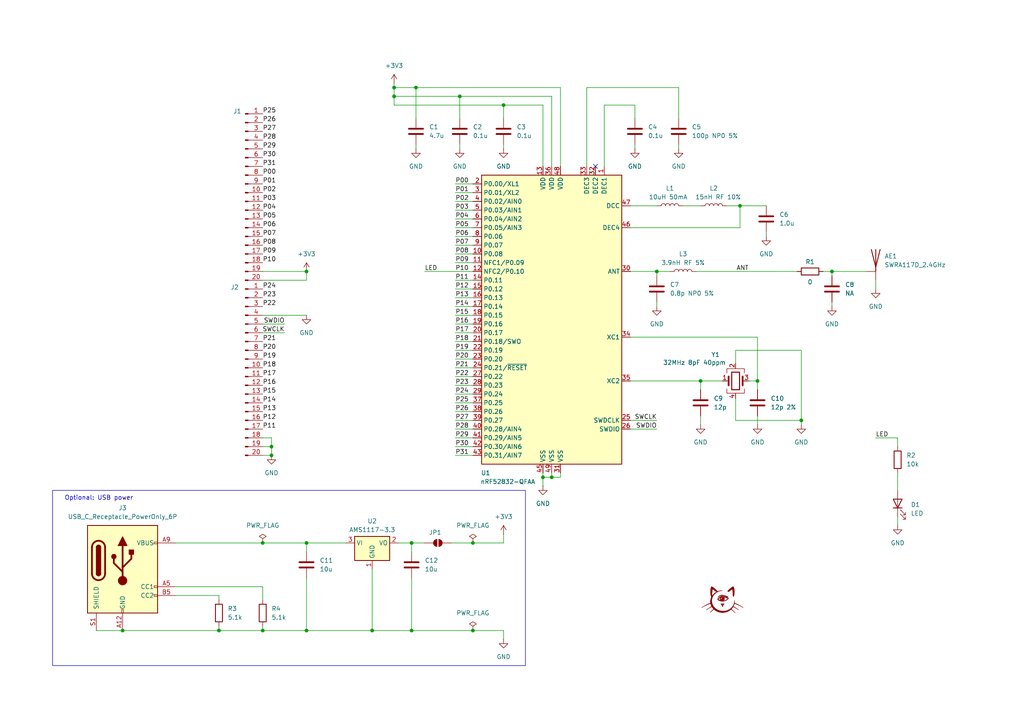
<source format=kicad_sch>
(kicad_sch (version 20231120) (generator "eeschema") (generator_version "8.0")
  (paper "A4")
  (title_block (title "nRF52832 development board") (date "2024-10-04") (rev "0.1") (company "Yuri Volkov"))
  (lib_symbols
    (symbol "Connector:Conn_01x20_Pin" (pin_names (offset 1.016) hide)
      (property "Reference" "J" (at 0 25.4 0))
      (property "Value" "Conn_01x20_Pin" (at 0 -27.94 0))
      (symbol "Conn_01x20_Pin_1_1"
        (pin passive line (at 5.08 22.86 180) (length 3.81) (name "Pin_1") (number "1"))
        (pin passive line (at 5.08 0 180) (length 3.81) (name "Pin_10") (number "10"))
        (pin passive line (at 5.08 -2.54 180) (length 3.81) (name "Pin_11") (number "11"))
        (pin passive line (at 5.08 -5.08 180) (length 3.81) (name "Pin_12") (number "12"))
        (pin passive line (at 5.08 -7.62 180) (length 3.81) (name "Pin_13") (number "13"))
        (pin passive line (at 5.08 -10.16 180) (length 3.81) (name "Pin_14") (number "14"))
        (pin passive line (at 5.08 -12.7 180) (length 3.81) (name "Pin_15") (number "15"))
        (pin passive line (at 5.08 -15.24 180) (length 3.81) (name "Pin_16") (number "16"))
        (pin passive line (at 5.08 -17.78 180) (length 3.81) (name "Pin_17") (number "17"))
        (pin passive line (at 5.08 -20.32 180) (length 3.81) (name "Pin_18") (number "18"))
        (pin passive line (at 5.08 -22.86 180) (length 3.81) (name "Pin_19") (number "19"))
        (pin passive line (at 5.08 20.32 180) (length 3.81) (name "Pin_2") (number "2"))
        (pin passive line (at 5.08 -25.4 180) (length 3.81) (name "Pin_20") (number "20"))
        (pin passive line (at 5.08 17.78 180) (length 3.81) (name "Pin_3") (number "3"))
        (pin passive line (at 5.08 15.24 180) (length 3.81) (name "Pin_4") (number "4"))
        (pin passive line (at 5.08 12.7 180) (length 3.81) (name "Pin_5") (number "5"))
        (pin passive line (at 5.08 10.16 180) (length 3.81) (name "Pin_6") (number "6"))
        (pin passive line (at 5.08 7.62 180) (length 3.81) (name "Pin_7") (number "7"))
        (pin passive line (at 5.08 5.08 180) (length 3.81) (name "Pin_8") (number "8"))
        (pin passive line (at 5.08 2.54 180) (length 3.81) (name "Pin_9") (number "9"))
      )
    )
    (symbol "Connector:USB_C_Receptacle_PowerOnly_6P" (pin_names (offset 1.016))
      (property "Reference" "J" (at 0 16.51 0))
      (property "Value" "USB_C_Receptacle_PowerOnly_6P" (at 0 13.97 0))
      (symbol "USB_C_Receptacle_PowerOnly_6P_1_1"
        (pin passive line (at 0 -17.78 90) (length 5.08) (name "GND") (number "A12"))
        (pin bidirectional line (at 15.24 -5.08 180) (length 5.08) (name "CC1") (number "A5"))
        (pin passive line (at 15.24 7.62 180) (length 5.08) (name "VBUS") (number "A9"))
        (pin passive line (at 0 -17.78 90) (length 5.08) hide (name "GND") (number "B12"))
        (pin bidirectional line (at 15.24 -7.62 180) (length 5.08) (name "CC2") (number "B5"))
        (pin passive line (at 15.24 7.62 180) (length 5.08) hide (name "VBUS") (number "B9"))
        (pin passive line (at -7.62 -17.78 90) (length 5.08) (name "SHIELD") (number "S1"))
      )
    )
    (symbol "Device:C" (pin_numbers hide) (pin_names (offset 0.254))
      (property "Reference" "C" (at 0.635 2.54 0))
      (property "Value" "C" (at 0.635 -2.54 0))
      (symbol "C_1_1"
        (pin passive line (at 0 3.81 270) (length 2.794) (name "~") (number "1"))
        (pin passive line (at 0 -3.81 90) (length 2.794) (name "~") (number "2"))
      )
    )
    (symbol "Device:Crystal_GND24" (pin_names (offset 1.016) hide)
      (property "Reference" "Y" (at 3.175 5.08 0))
      (property "Value" "Crystal_GND24" (at 3.175 3.175 0))
      (symbol "Crystal_GND24_1_1"
        (pin passive line (at -3.81 0 0) (length 1.27) (name "1") (number "1"))
        (pin passive line (at 0 5.08 270) (length 1.27) (name "2") (number "2"))
        (pin passive line (at 3.81 0 180) (length 1.27) (name "3") (number "3"))
        (pin passive line (at 0 -5.08 90) (length 1.27) (name "4") (number "4"))
      )
    )
    (symbol "Device:L" (pin_numbers hide) (pin_names (offset 1.016) hide)
      (property "Reference" "L" (at -1.27 0 90))
      (property "Value" "L" (at 1.905 0 90))
      (symbol "L_1_1"
        (pin passive line (at 0 3.81 270) (length 1.27) (name "1") (number "1"))
        (pin passive line (at 0 -3.81 90) (length 1.27) (name "2") (number "2"))
      )
    )
    (symbol "Device:LED" (pin_numbers hide) (pin_names (offset 1.016) hide)
      (property "Reference" "D" (at 0 2.54 0))
      (property "Value" "LED" (at 0 -2.54 0))
      (symbol "LED_1_1"
        (pin passive line (at -3.81 0 0) (length 2.54) (name "K") (number "1"))
        (pin passive line (at 3.81 0 180) (length 2.54) (name "A") (number "2"))
      )
    )
    (symbol "Device:R" (pin_numbers hide) (pin_names (offset 0))
      (property "Reference" "R" (at 2.032 0 90))
      (property "Value" "R" (at 0 0 90))
      (symbol "R_1_1"
        (pin passive line (at 0 3.81 270) (length 1.27) (name "~") (number "1"))
        (pin passive line (at 0 -3.81 90) (length 1.27) (name "~") (number "2"))
      )
    )
    (symbol "Jumper:SolderJumper_2_Open" (pin_numbers hide) (pin_names (offset 0) hide) (exclude_from_sim yes) (in_bom no)
      (property "Reference" "JP" (at 0 2.032 0))
      (property "Value" "SolderJumper_2_Open" (at 0 -2.54 0))
      (symbol "SolderJumper_2_Open_1_1"
        (pin passive line (at -3.81 0 0) (length 2.54) (name "A") (number "1"))
        (pin passive line (at 3.81 0 180) (length 2.54) (name "B") (number "2"))
      )
    )
    (symbol "Regulator_Linear:AMS1117-3.3"
      (property "Reference" "U" (at -3.81 3.175 0))
      (property "Value" "AMS1117-3.3" (at 0 3.175 0))
      (symbol "AMS1117-3.3_1_1"
        (pin power_in line (at 0 -7.62 90) (length 2.54) (name "GND") (number "1"))
        (pin power_out line (at 7.62 0 180) (length 2.54) (name "VO") (number "2"))
        (pin power_in line (at -7.62 0 0) (length 2.54) (name "VI") (number "3"))
      )
    )
    (symbol "power:+3V3" (power) (pin_numbers hide) (pin_names (offset 0) hide)
      (property "Value" "+3V3" (at 0 3.556 0))
      (symbol "+3V3_1_1"
        (pin power_in line (at 0 0 90) (length 0) (name "~") (number "1"))
      )
    )
    (symbol "power:GND" (power) (pin_numbers hide) (pin_names (offset 0) hide)
      (property "Value" "GND" (at 0 -3.81 0))
      (symbol "GND_1_1"
        (pin power_in line (at 0 0 270) (length 0) (name "~") (number "1"))
      )
    )
    (symbol "power:PWR_FLAG" (power) (pin_numbers hide) (pin_names (offset 0) hide)
      (property "Value" "PWR_FLAG" (at 0 3.81 0))
      (symbol "PWR_FLAG_0_0"
        (pin power_out line (at 0 0 90) (length 0) (name "~") (number "1"))
      )
    )
    (symbol "project:Antenna" (pin_numbers hide) (pin_names (offset 1.016) hide)
      (property "Reference" "AE" (at -1.905 1.905 0))
      (property "Value" "Antenna" (at -1.905 0 0))
      (symbol "Antenna_1_1"
        (pin input line (at -2.54 -3.81 0) (length 2.54) (name "A") (number "1"))
        (pin power_in line (at 0 -6.35 90) (length 2.54) (name "A") (number "2"))
      )
    )
    (symbol "project:nRF52832-QFAA"
      (property "Reference" "U" (at 0 2.54 0))
      (property "Value" "nRF52832-QFAA" (at 0 0 0))
      (symbol "nRF52832-QFAA_1_1"
        (pin passive line (at -15.24 44.45 270) (length 2.54) (name "DEC1") (number "1"))
        (pin bidirectional line (at 22.86 19.05 180) (length 2.54) (name "P0.08") (number "10"))
        (pin bidirectional line (at 22.86 16.51 180) (length 2.54) (name "NFC1/P0.09") (number "11"))
        (pin bidirectional line (at 22.86 13.97 180) (length 2.54) (name "NFC2/P0.10") (number "12"))
        (pin power_in line (at 2.54 44.45 270) (length 2.54) (name "VDD") (number "13"))
        (pin bidirectional line (at 22.86 11.43 180) (length 2.54) (name "P0.11") (number "14"))
        (pin bidirectional line (at 22.86 8.89 180) (length 2.54) (name "P0.12") (number "15"))
        (pin bidirectional line (at 22.86 6.35 180) (length 2.54) (name "P0.13") (number "16"))
        (pin bidirectional line (at 22.86 3.81 180) (length 2.54) (name "P0.14") (number "17"))
        (pin bidirectional line (at 22.86 1.27 180) (length 2.54) (name "P0.15") (number "18"))
        (pin bidirectional line (at 22.86 -1.27 180) (length 2.54) (name "P0.16") (number "19"))
        (pin bidirectional line (at 22.86 39.37 180) (length 2.54) (name "P0.00/XL1") (number "2"))
        (pin bidirectional line (at 22.86 -3.81 180) (length 2.54) (name "P0.17") (number "20"))
        (pin bidirectional line (at 22.86 -6.35 180) (length 2.54) (name "P0.18/SWO") (number "21"))
        (pin bidirectional line (at 22.86 -8.89 180) (length 2.54) (name "P0.19") (number "22"))
        (pin bidirectional line (at 22.86 -11.43 180) (length 2.54) (name "P0.20") (number "23"))
        (pin bidirectional line (at 22.86 -13.97 180) (length 2.54) (name "P0.21/~{RESET}") (number "24"))
        (pin input line (at -22.86 -29.21 0) (length 2.54) (name "SWDCLK") (number "25"))
        (pin bidirectional line (at -22.86 -31.75 0) (length 2.54) (name "SWDIO") (number "26"))
        (pin bidirectional line (at 22.86 -16.51 180) (length 2.54) (name "P0.22") (number "27"))
        (pin bidirectional line (at 22.86 -19.05 180) (length 2.54) (name "P0.23") (number "28"))
        (pin bidirectional line (at 22.86 -21.59 180) (length 2.54) (name "P0.24") (number "29"))
        (pin bidirectional line (at 22.86 36.83 180) (length 2.54) (name "P0.01/XL2") (number "3"))
        (pin passive line (at -22.86 13.97 0) (length 2.54) (name "ANT") (number "30"))
        (pin power_in line (at -2.54 -44.45 90) (length 2.54) (name "VSS") (number "31"))
        (pin passive line (at -12.7 44.45 270) (length 2.54) (name "DEC2") (number "32"))
        (pin passive line (at -10.16 44.45 270) (length 2.54) (name "DEC3") (number "33"))
        (pin input line (at -22.86 -5.08 0) (length 2.54) (name "XC1") (number "34"))
        (pin input line (at -22.86 -17.78 0) (length 2.54) (name "XC2") (number "35"))
        (pin power_in line (at 0 44.45 270) (length 2.54) (name "VDD") (number "36"))
        (pin bidirectional line (at 22.86 -24.13 180) (length 2.54) (name "P0.25") (number "37"))
        (pin bidirectional line (at 22.86 -26.67 180) (length 2.54) (name "P0.26") (number "38"))
        (pin bidirectional line (at 22.86 -29.21 180) (length 2.54) (name "P0.27") (number "39"))
        (pin bidirectional line (at 22.86 34.29 180) (length 2.54) (name "P0.02/AIN0") (number "4"))
        (pin bidirectional line (at 22.86 -31.75 180) (length 2.54) (name "P0.28/AIN4") (number "40"))
        (pin bidirectional line (at 22.86 -34.29 180) (length 2.54) (name "P0.29/AIN5") (number "41"))
        (pin bidirectional line (at 22.86 -36.83 180) (length 2.54) (name "P0.30/AIN6") (number "42"))
        (pin bidirectional line (at 22.86 -39.37 180) (length 2.54) (name "P0.31/AIN7") (number "43"))
        (pin no_connect line (at -22.86 -36.83 0) (length 2.54) hide (name "NC") (number "44"))
        (pin power_in line (at 2.54 -44.45 90) (length 2.54) (name "VSS") (number "45"))
        (pin passive line (at -22.86 26.67 0) (length 2.54) (name "DEC4") (number "46"))
        (pin power_out line (at -22.86 33.02 0) (length 2.54) (name "DCC") (number "47"))
        (pin power_in line (at -2.54 44.45 270) (length 2.54) (name "VDD") (number "48"))
        (pin power_in line (at 0 -44.45 90) (length 2.54) (name "VSS") (number "49"))
        (pin bidirectional line (at 22.86 31.75 180) (length 2.54) (name "P0.03/AIN1") (number "5"))
        (pin bidirectional line (at 22.86 29.21 180) (length 2.54) (name "P0.04/AIN2") (number "6"))
        (pin bidirectional line (at 22.86 26.67 180) (length 2.54) (name "P0.05/AIN3") (number "7"))
        (pin bidirectional line (at 22.86 24.13 180) (length 2.54) (name "P0.06") (number "8"))
        (pin bidirectional line (at 22.86 21.59 180) (length 2.54) (name "P0.07") (number "9"))
      )
    )
    (symbol "project:stamp" (pin_names (offset 1.016)))
  )
  (junction (at 114.3 27.94))
  (junction (at 203.2 110.49))
  (junction (at 190.5 78.74))
  (junction (at 214.63 59.69))
  (junction (at 157.48 138.43))
  (junction (at 119.38 157.48))
  (junction (at 35.56 182.88))
  (junction (at 114.3 25.4))
  (junction (at 232.41 121.92))
  (junction (at 137.16 157.48))
  (junction (at 63.5 182.88))
  (junction (at 76.2 157.48))
  (junction (at 88.9 182.88))
  (junction (at 160.02 138.43))
  (junction (at 76.2 182.88))
  (junction (at 241.3 78.74))
  (junction (at 120.65 25.4))
  (junction (at 133.35 27.94))
  (junction (at 88.9 78.74))
  (junction (at 107.95 182.88))
  (junction (at 219.71 110.49))
  (junction (at 78.74 129.54))
  (junction (at 146.05 30.48))
  (junction (at 119.38 182.88))
  (junction (at 137.16 182.88))
  (junction (at 78.74 132.08))
  (junction (at 88.9 157.48))
  (no_connect (at 172.72 48.26))
  (wire (pts (xy 132.08 63.5) (xy 137.16 63.5)))
  (wire (pts (xy 78.74 127) (xy 78.74 129.54)))
  (wire (pts (xy 160.02 137.16) (xy 160.02 138.43)))
  (wire (pts (xy 133.35 41.91) (xy 133.35 43.18)))
  (wire (pts (xy 157.48 48.26) (xy 157.48 30.48)))
  (wire (pts (xy 88.9 167.64) (xy 88.9 182.88)))
  (wire (pts (xy 132.08 55.88) (xy 137.16 55.88)))
  (wire (pts (xy 119.38 157.48) (xy 123.19 157.48)))
  (wire (pts (xy 214.63 59.69) (xy 214.63 66.04)))
  (wire (pts (xy 160.02 138.43) (xy 157.48 138.43)))
  (wire (pts (xy 132.08 86.36) (xy 137.16 86.36)))
  (wire (pts (xy 210.82 59.69) (xy 214.63 59.69)))
  (wire (pts (xy 232.41 121.92) (xy 232.41 123.19)))
  (wire (pts (xy 170.18 25.4) (xy 196.85 25.4)))
  (wire (pts (xy 132.08 129.54) (xy 137.16 129.54)))
  (wire (pts (xy 175.26 48.26) (xy 175.26 30.48)))
  (wire (pts (xy 219.71 97.79) (xy 219.71 110.49)))
  (wire (pts (xy 146.05 185.42) (xy 146.05 182.88)))
  (wire (pts (xy 260.35 129.54) (xy 260.35 127)))
  (wire (pts (xy 27.94 182.88) (xy 35.56 182.88)))
  (wire (pts (xy 132.08 60.96) (xy 137.16 60.96)))
  (wire (pts (xy 214.63 59.69) (xy 222.25 59.69)))
  (wire (pts (xy 132.08 83.82) (xy 137.16 83.82)))
  (wire (pts (xy 88.9 182.88) (xy 107.95 182.88)))
  (wire (pts (xy 217.17 110.49) (xy 219.71 110.49)))
  (wire (pts (xy 219.71 120.65) (xy 219.71 123.19)))
  (wire (pts (xy 76.2 170.18) (xy 50.8 170.18)))
  (wire (pts (xy 184.15 41.91) (xy 184.15 43.18)))
  (wire (pts (xy 182.88 110.49) (xy 203.2 110.49)))
  (wire (pts (xy 132.08 91.44) (xy 137.16 91.44)))
  (wire (pts (xy 88.9 157.48) (xy 100.33 157.48)))
  (wire (pts (xy 88.9 78.74) (xy 88.9 81.28)))
  (wire (pts (xy 76.2 129.54) (xy 78.74 129.54)))
  (wire (pts (xy 260.35 137.16) (xy 260.35 142.24)))
  (wire (pts (xy 213.36 101.6) (xy 232.41 101.6)))
  (wire (pts (xy 114.3 24.13) (xy 114.3 25.4)))
  (wire (pts (xy 132.08 106.68) (xy 137.16 106.68)))
  (wire (pts (xy 76.2 181.61) (xy 76.2 182.88)))
  (wire (pts (xy 132.08 127) (xy 137.16 127)))
  (wire (pts (xy 213.36 121.92) (xy 232.41 121.92)))
  (wire (pts (xy 78.74 129.54) (xy 78.74 132.08)))
  (wire (pts (xy 170.18 48.26) (xy 170.18 25.4)))
  (wire (pts (xy 203.2 110.49) (xy 209.55 110.49)))
  (wire (pts (xy 132.08 119.38) (xy 137.16 119.38)))
  (wire (pts (xy 76.2 96.52) (xy 82.55 96.52)))
  (wire (pts (xy 219.71 110.49) (xy 219.71 113.03)))
  (wire (pts (xy 76.2 127) (xy 78.74 127)))
  (wire (pts (xy 88.9 81.28) (xy 76.2 81.28)))
  (wire (pts (xy 254 81.28) (xy 254 83.82)))
  (wire (pts (xy 182.88 124.46) (xy 190.5 124.46)))
  (wire (pts (xy 137.16 157.48) (xy 146.05 157.48)))
  (wire (pts (xy 132.08 99.06) (xy 137.16 99.06)))
  (wire (pts (xy 132.08 109.22) (xy 137.16 109.22)))
  (wire (pts (xy 76.2 173.99) (xy 76.2 170.18)))
  (wire (pts (xy 63.5 172.72) (xy 50.8 172.72)))
  (wire (pts (xy 107.95 165.1) (xy 107.95 182.88)))
  (wire (pts (xy 162.56 25.4) (xy 120.65 25.4)))
  (wire (pts (xy 146.05 30.48) (xy 146.05 34.29)))
  (wire (pts (xy 123.19 78.74) (xy 137.16 78.74)))
  (wire (pts (xy 114.3 25.4) (xy 120.65 25.4)))
  (wire (pts (xy 182.88 78.74) (xy 190.5 78.74)))
  (wire (pts (xy 222.25 67.31) (xy 222.25 68.58)))
  (wire (pts (xy 203.2 120.65) (xy 203.2 123.19)))
  (wire (pts (xy 132.08 81.28) (xy 137.16 81.28)))
  (wire (pts (xy 132.08 66.04) (xy 137.16 66.04)))
  (wire (pts (xy 132.08 53.34) (xy 137.16 53.34)))
  (wire (pts (xy 130.81 157.48) (xy 137.16 157.48)))
  (wire (pts (xy 198.12 59.69) (xy 203.2 59.69)))
  (wire (pts (xy 132.08 114.3) (xy 137.16 114.3)))
  (wire (pts (xy 114.3 25.4) (xy 114.3 27.94)))
  (wire (pts (xy 182.88 66.04) (xy 214.63 66.04)))
  (wire (pts (xy 76.2 132.08) (xy 78.74 132.08)))
  (wire (pts (xy 175.26 30.48) (xy 184.15 30.48)))
  (wire (pts (xy 132.08 88.9) (xy 137.16 88.9)))
  (wire (pts (xy 157.48 137.16) (xy 157.48 138.43)))
  (wire (pts (xy 76.2 182.88) (xy 88.9 182.88)))
  (wire (pts (xy 182.88 121.92) (xy 190.5 121.92)))
  (wire (pts (xy 120.65 41.91) (xy 120.65 43.18)))
  (wire (pts (xy 260.35 149.86) (xy 260.35 152.4)))
  (wire (pts (xy 132.08 111.76) (xy 137.16 111.76)))
  (wire (pts (xy 241.3 87.63) (xy 241.3 88.9)))
  (wire (pts (xy 132.08 76.2) (xy 137.16 76.2)))
  (wire (pts (xy 115.57 157.48) (xy 119.38 157.48)))
  (wire (pts (xy 213.36 105.41) (xy 213.36 101.6)))
  (wire (pts (xy 50.8 157.48) (xy 76.2 157.48)))
  (wire (pts (xy 182.88 97.79) (xy 219.71 97.79)))
  (wire (pts (xy 162.56 138.43) (xy 160.02 138.43)))
  (wire (pts (xy 63.5 181.61) (xy 63.5 182.88)))
  (wire (pts (xy 160.02 48.26) (xy 160.02 27.94)))
  (wire (pts (xy 162.56 48.26) (xy 162.56 25.4)))
  (wire (pts (xy 137.16 182.88) (xy 146.05 182.88)))
  (wire (pts (xy 241.3 78.74) (xy 251.46 78.74)))
  (wire (pts (xy 132.08 121.92) (xy 137.16 121.92)))
  (wire (pts (xy 63.5 182.88) (xy 76.2 182.88)))
  (wire (pts (xy 190.5 87.63) (xy 190.5 88.9)))
  (wire (pts (xy 132.08 58.42) (xy 137.16 58.42)))
  (wire (pts (xy 213.36 115.57) (xy 213.36 121.92)))
  (wire (pts (xy 76.2 91.44) (xy 88.9 91.44)))
  (wire (pts (xy 63.5 173.99) (xy 63.5 172.72)))
  (wire (pts (xy 114.3 27.94) (xy 114.3 30.48)))
  (wire (pts (xy 196.85 25.4) (xy 196.85 34.29)))
  (wire (pts (xy 132.08 104.14) (xy 137.16 104.14)))
  (wire (pts (xy 132.08 71.12) (xy 137.16 71.12)))
  (wire (pts (xy 184.15 30.48) (xy 184.15 34.29)))
  (wire (pts (xy 203.2 113.03) (xy 203.2 110.49)))
  (wire (pts (xy 254 127) (xy 260.35 127)))
  (wire (pts (xy 119.38 157.48) (xy 119.38 160.02)))
  (wire (pts (xy 232.41 101.6) (xy 232.41 121.92)))
  (wire (pts (xy 132.08 101.6) (xy 137.16 101.6)))
  (wire (pts (xy 162.56 137.16) (xy 162.56 138.43)))
  (wire (pts (xy 190.5 78.74) (xy 190.5 80.01)))
  (wire (pts (xy 160.02 27.94) (xy 133.35 27.94)))
  (wire (pts (xy 132.08 124.46) (xy 137.16 124.46)))
  (wire (pts (xy 133.35 27.94) (xy 133.35 34.29)))
  (wire (pts (xy 182.88 59.69) (xy 190.5 59.69)))
  (wire (pts (xy 132.08 132.08) (xy 137.16 132.08)))
  (wire (pts (xy 190.5 78.74) (xy 194.31 78.74)))
  (wire (pts (xy 119.38 182.88) (xy 137.16 182.88)))
  (wire (pts (xy 157.48 30.48) (xy 146.05 30.48)))
  (wire (pts (xy 114.3 27.94) (xy 133.35 27.94)))
  (wire (pts (xy 238.76 78.74) (xy 241.3 78.74)))
  (wire (pts (xy 146.05 157.48) (xy 146.05 154.94)))
  (wire (pts (xy 76.2 78.74) (xy 88.9 78.74)))
  (wire (pts (xy 120.65 25.4) (xy 120.65 34.29)))
  (wire (pts (xy 76.2 93.98) (xy 82.55 93.98)))
  (wire (pts (xy 241.3 80.01) (xy 241.3 78.74)))
  (wire (pts (xy 132.08 73.66) (xy 137.16 73.66)))
  (wire (pts (xy 157.48 138.43) (xy 157.48 140.97)))
  (wire (pts (xy 132.08 116.84) (xy 137.16 116.84)))
  (wire (pts (xy 76.2 157.48) (xy 88.9 157.48)))
  (wire (pts (xy 132.08 68.58) (xy 137.16 68.58)))
  (wire (pts (xy 132.08 96.52) (xy 137.16 96.52)))
  (wire (pts (xy 35.56 182.88) (xy 63.5 182.88)))
  (wire (pts (xy 107.95 182.88) (xy 119.38 182.88)))
  (wire (pts (xy 146.05 41.91) (xy 146.05 43.18)))
  (wire (pts (xy 132.08 93.98) (xy 137.16 93.98)))
  (wire (pts (xy 88.9 157.48) (xy 88.9 160.02)))
  (wire (pts (xy 196.85 41.91) (xy 196.85 43.18)))
  (wire (pts (xy 119.38 167.64) (xy 119.38 182.88)))
  (wire (pts (xy 114.3 30.48) (xy 146.05 30.48)))
  (wire (pts (xy 201.93 78.74) (xy 231.14 78.74)))
  (rectangle (start 15.24 142.24) (end 152.4 193.04))
  (text "Optional: USB power" (at 28.702 144.526 0) (effects (font (size 1.27 1.27))))
  (label "P09" (at 76.2 73.66 0))
  (label "P18" (at 76.2 106.68 0))
  (label "P10" (at 132.08 78.74 0))
  (label "P10" (at 76.2 76.2 0))
  (label "P11" (at 132.08 81.28 0))
  (label "ANT" (at 217.17 78.74 180))
  (label "P04" (at 76.2 60.96 0))
  (label "P18" (at 132.08 99.06 0))
  (label "P13" (at 76.2 119.38 0))
  (label "P27" (at 132.08 121.92 0))
  (label "P16" (at 76.2 111.76 0))
  (label "P05" (at 132.08 66.04 0))
  (label "P31" (at 132.08 132.08 0))
  (label "P00" (at 132.08 53.34 0))
  (label "SWCLK" (at 190.5 121.92 180))
  (label "P20" (at 132.08 104.14 0))
  (label "P06" (at 76.2 66.04 0))
  (label "P07" (at 76.2 68.58 0))
  (label "P02" (at 76.2 55.88 0))
  (label "P01" (at 76.2 53.34 0))
  (label "P24" (at 76.2 83.82 0))
  (label "P12" (at 76.2 121.92 0))
  (label "P22" (at 132.08 109.22 0))
  (label "P08" (at 132.08 73.66 0))
  (label "P02" (at 132.08 58.42 0))
  (label "P14" (at 132.08 88.9 0))
  (label "P00" (at 76.2 50.8 0))
  (label "P13" (at 132.08 86.36 0))
  (label "P27" (at 76.2 38.1 0))
  (label "P28" (at 76.2 40.64 0))
  (label "P29" (at 76.2 43.18 0))
  (label "P17" (at 132.08 96.52 0))
  (label "P25" (at 132.08 116.84 0))
  (label "P08" (at 76.2 71.12 0))
  (label "P28" (at 132.08 124.46 0))
  (label "P24" (at 132.08 114.3 0))
  (label "P09" (at 132.08 76.2 0))
  (label "LED" (at 254 127 0))
  (label "P15" (at 76.2 114.3 0))
  (label "SWCLK" (at 82.55 96.52 180))
  (label "P22" (at 76.2 88.9 0))
  (label "P07" (at 132.08 71.12 0))
  (label "P05" (at 76.2 63.5 0))
  (label "LED" (at 123.19 78.74 0))
  (label "P30" (at 132.08 129.54 0))
  (label "P25" (at 76.2 33.02 0))
  (label "P19" (at 132.08 101.6 0))
  (label "P03" (at 76.2 58.42 0))
  (label "P21" (at 76.2 99.06 0))
  (label "P26" (at 132.08 119.38 0))
  (label "P30" (at 76.2 45.72 0))
  (label "SWDIO" (at 82.55 93.98 180))
  (label "P15" (at 132.08 91.44 0))
  (label "P20" (at 76.2 101.6 0))
  (label "P11" (at 76.2 124.46 0))
  (label "P16" (at 132.08 93.98 0))
  (label "P03" (at 132.08 60.96 0))
  (label "P29" (at 132.08 127 0))
  (label "P06" (at 132.08 68.58 0))
  (label "P23" (at 76.2 86.36 0))
  (label "SWDIO" (at 190.5 124.46 180))
  (label "P19" (at 76.2 104.14 0))
  (label "P01" (at 132.08 55.88 0))
  (label "P17" (at 76.2 109.22 0))
  (label "P12" (at 132.08 83.82 0))
  (label "P21" (at 132.08 106.68 0))
  (label "P14" (at 76.2 116.84 0))
  (label "P23" (at 132.08 111.76 0))
  (label "P31" (at 76.2 48.26 0))
  (label "P26" (at 76.2 35.56 0))
  (label "P04" (at 132.08 63.5 0))
  (symbol (lib_id "power:+3V3") (at 146.05 154.94 0) (unit 1)
    (property "Reference" "#PWR018" (effects (hide yes)))
    (property "Value" "+3V3" (at 146.05 149.86 0))
    (property "Description" "Power symbol creates a global label with name \"+3V3\"" (effects (hide yes)))
  )
  (symbol (lib_id "project:stamp") (at 209.55 173.99 0) (unit 1)
    (property "Reference" "G1" (effects (hide yes)))
    (property "Value" "stamp" (effects (hide yes)))
    (property "Footprint" "project:stamp" (effects (hide yes)))
  )
  (symbol (lib_id "Device:Crystal_GND24") (at 213.36 110.49 0) (unit 1)
    (property "Reference" "Y1" (at 207.518 102.87 0))
    (property "Value" "32MHz 8pF 40ppm" (at 201.422 105.156 0))
    (property "Footprint" "Crystal:Crystal_SMD_2016-4Pin_2.0x1.6mm" (effects (hide yes)))
    (property "Description" "Four pin crystal, GND on pins 2 and 4" (effects (hide yes)))
  )
  (symbol (lib_id "power:GND") (at 146.05 43.18 0) (unit 1)
    (property "Reference" "#PWR04" (effects (hide yes)))
    (property "Value" "GND" (at 146.05 48.26 0))
    (property "Description" "Power symbol creates a global label with name \"GND\" , ground" (effects (hide yes)))
  )
  (symbol (lib_id "project:nRF52832-QFAA") (at 160.02 92.71 0) (mirror y) (unit 1)
    (property "Reference" "U1" (at 142.24 137.16 0) (effects (justify left)))
    (property "Value" "nRF52832-QFAA" (at 155.2859 139.7 0) (effects (justify left)))
    (property "Footprint" "Package_DFN_QFN:QFN-48-1EP_6x6mm_P0.4mm_EP4.6x4.6mm" (effects (hide yes)))
    (property "Datasheet" "http://infocenter.nordicsemi.com/pdf/nRF52832_PS_v1.4.pdf" (effects (hide yes)))
    (property "Description" "Multiprotocol BLE/2.4GHz Cortex-M4 SoC, QFN-48" (effects (hide yes)))
  )
  (symbol (lib_id "power:GND") (at 232.41 123.19 0) (unit 1)
    (property "Reference" "#PWR015" (effects (hide yes)))
    (property "Value" "GND" (at 232.41 128.27 0))
    (property "Description" "Power symbol creates a global label with name \"GND\" , ground" (effects (hide yes)))
  )
  (symbol (lib_id "Device:R") (at 76.2 177.8 0) (unit 1)
    (property "Reference" "R4" (at 78.74 176.5299 0) (effects (justify left)))
    (property "Value" "5.1k" (at 78.74 179.0699 0) (effects (justify left)))
    (property "Footprint" "Resistor_SMD:R_0603_1608Metric_Pad0.98x0.95mm_HandSolder" (effects (hide yes)))
    (property "Description" "Resistor" (effects (hide yes)))
  )
  (symbol (lib_id "power:GND") (at 133.35 43.18 0) (unit 1)
    (property "Reference" "#PWR03" (effects (hide yes)))
    (property "Value" "GND" (at 133.35 48.26 0))
    (property "Description" "Power symbol creates a global label with name \"GND\" , ground" (effects (hide yes)))
  )
  (symbol (lib_id "Device:C") (at 219.71 116.84 0) (unit 1)
    (property "Reference" "C10" (at 223.52 115.5699 0) (effects (justify left)))
    (property "Value" "12p 2%" (at 223.52 118.1099 0) (effects (justify left)))
    (property "Footprint" "Capacitor_SMD:C_0402_1005Metric_Pad0.74x0.62mm_HandSolder" (effects (hide yes)))
    (property "Description" "Unpolarized capacitor" (effects (hide yes)))
  )
  (symbol (lib_id "Device:L") (at 207.01 59.69 90) (unit 1)
    (property "Reference" "L2" (at 207.01 54.61 90))
    (property "Value" "15nH RF 10%" (at 208.28 57.15 90))
    (property "Footprint" "Inductor_SMD:L_0402_1005Metric_Pad0.77x0.64mm_HandSolder" (effects (hide yes)))
    (property "Description" "Inductor" (effects (hide yes)))
  )
  (symbol (lib_id "power:GND") (at 190.5 88.9 0) (unit 1)
    (property "Reference" "#PWR010" (effects (hide yes)))
    (property "Value" "GND" (at 190.5 93.98 0))
    (property "Description" "Power symbol creates a global label with name \"GND\" , ground" (effects (hide yes)))
  )
  (symbol (lib_id "power:GND") (at 88.9 91.44 0) (unit 1)
    (property "Reference" "#PWR012" (effects (hide yes)))
    (property "Value" "GND" (at 88.9 96.52 0))
    (property "Description" "Power symbol creates a global label with name \"GND\" , ground" (effects (hide yes)))
  )
  (symbol (lib_id "power:GND") (at 146.05 185.42 0) (unit 1)
    (property "Reference" "#PWR020" (effects (hide yes)))
    (property "Value" "GND" (at 146.05 190.5 0))
    (property "Description" "Power symbol creates a global label with name \"GND\" , ground" (effects (hide yes)))
  )
  (symbol (lib_id "power:GND") (at 78.74 132.08 0) (unit 1)
    (property "Reference" "#PWR016" (effects (hide yes)))
    (property "Value" "GND" (at 78.74 137.16 0))
    (property "Description" "Power symbol creates a global label with name \"GND\" , ground" (effects (hide yes)))
  )
  (symbol (lib_id "project:Antenna") (at 254 74.93 0) (unit 1)
    (property "Reference" "AE1" (at 256.54 74.2949 0) (effects (justify left)))
    (property "Value" "SWRA117D_2.4GHz" (at 256.54 76.8349 0) (effects (justify left)))
    (property "Footprint" "RF_Antenna:Texas_SWRA117D_2.4GHz_Left" (effects (hide yes)))
    (property "Description" "Antenna" (effects (hide yes)))
  )
  (symbol (lib_id "Device:C") (at 133.35 38.1 0) (unit 1)
    (property "Reference" "C2" (at 137.16 36.8299 0) (effects (justify left)))
    (property "Value" "0.1u" (at 137.16 39.3699 0) (effects (justify left)))
    (property "Footprint" "Capacitor_SMD:C_0402_1005Metric_Pad0.74x0.62mm_HandSolder" (effects (hide yes)))
    (property "Description" "Unpolarized capacitor" (effects (hide yes)))
  )
  (symbol (lib_id "power:GND") (at 157.48 140.97 0) (unit 1)
    (property "Reference" "#PWR017" (effects (hide yes)))
    (property "Value" "GND" (at 157.48 146.05 0))
    (property "Description" "Power symbol creates a global label with name \"GND\" , ground" (effects (hide yes)))
  )
  (symbol (lib_id "power:PWR_FLAG") (at 76.2 157.48 0) (unit 1)
    (property "Reference" "#FLG01" (effects (hide yes)))
    (property "Value" "PWR_FLAG" (at 76.2 152.4 0))
    (property "Description" "Special symbol for telling ERC where power comes from" (effects (hide yes)))
  )
  (symbol (lib_id "Device:R") (at 260.35 133.35 0) (unit 1)
    (property "Reference" "R2" (at 262.89 132.0799 0) (effects (justify left)))
    (property "Value" "10k" (at 262.89 134.6199 0) (effects (justify left)))
    (property "Footprint" "Resistor_SMD:R_0603_1608Metric_Pad0.98x0.95mm_HandSolder" (effects (hide yes)))
    (property "Description" "Resistor" (effects (hide yes)))
  )
  (symbol (lib_id "Device:C") (at 146.05 38.1 0) (unit 1)
    (property "Reference" "C3" (at 149.86 36.8299 0) (effects (justify left)))
    (property "Value" "0.1u" (at 149.86 39.3699 0) (effects (justify left)))
    (property "Footprint" "Capacitor_SMD:C_0402_1005Metric_Pad0.74x0.62mm_HandSolder" (effects (hide yes)))
    (property "Description" "Unpolarized capacitor" (effects (hide yes)))
  )
  (symbol (lib_id "power:GND") (at 222.25 68.58 0) (unit 1)
    (property "Reference" "#PWR07" (effects (hide yes)))
    (property "Value" "GND" (at 222.25 73.66 0))
    (property "Description" "Power symbol creates a global label with name \"GND\" , ground" (effects (hide yes)))
  )
  (symbol (lib_id "power:GND") (at 254 83.82 0) (unit 1)
    (property "Reference" "#PWR09" (effects (hide yes)))
    (property "Value" "GND" (at 254 88.9 0))
    (property "Description" "Power symbol creates a global label with name \"GND\" , ground" (effects (hide yes)))
  )
  (symbol (lib_id "Device:LED") (at 260.35 146.05 90) (unit 1)
    (property "Reference" "D1" (at 264.16 146.3674 90) (effects (justify right)))
    (property "Value" "LED" (at 264.16 148.9074 90) (effects (justify right)))
    (property "Footprint" "LED_SMD:LED_0603_1608Metric_Pad1.05x0.95mm_HandSolder" (effects (hide yes)))
    (property "Description" "Light emitting diode" (effects (hide yes)))
  )
  (symbol (lib_id "power:GND") (at 219.71 123.19 0) (unit 1)
    (property "Reference" "#PWR014" (effects (hide yes)))
    (property "Value" "GND" (at 219.71 128.27 0))
    (property "Description" "Power symbol creates a global label with name \"GND\" , ground" (effects (hide yes)))
  )
  (symbol (lib_id "Jumper:SolderJumper_2_Open") (at 127 157.48 0) (unit 1) (exclude_from_sim yes) (in_bom no)
    (property "Reference" "JP1" (at 126.238 154.432 0))
    (property "Value" "SolderJumper_2_Open" (effects (hide yes)))
    (property "Footprint" "Jumper:SolderJumper-2_P1.3mm_Open_RoundedPad1.0x1.5mm" (effects (hide yes)))
    (property "Description" "Solder Jumper, 2-pole, open" (effects (hide yes)))
  )
  (symbol (lib_id "power:GND") (at 184.15 43.18 0) (unit 1)
    (property "Reference" "#PWR05" (effects (hide yes)))
    (property "Value" "GND" (at 184.15 48.26 0))
    (property "Description" "Power symbol creates a global label with name \"GND\" , ground" (effects (hide yes)))
  )
  (symbol (lib_id "Regulator_Linear:AMS1117-3.3") (at 107.95 157.48 0) (unit 1)
    (property "Reference" "U2" (at 107.95 151.13 0))
    (property "Value" "AMS1117-3.3" (at 107.95 153.67 0))
    (property "Footprint" "Package_TO_SOT_SMD:SOT-223-3_TabPin2" (effects (hide yes)))
    (property "Datasheet" "http://www.advanced-monolithic.com/pdf/ds1117.pdf" (effects (hide yes)))
    (property "Description" "1A Low Dropout regulator, positive, 3.3V fixed output, SOT-223" (effects (hide yes)))
  )
  (symbol (lib_id "Device:C") (at 203.2 116.84 0) (unit 1)
    (property "Reference" "C9" (at 207.01 115.5699 0) (effects (justify left)))
    (property "Value" "12p" (at 207.01 118.1099 0) (effects (justify left)))
    (property "Footprint" "Capacitor_SMD:C_0402_1005Metric_Pad0.74x0.62mm_HandSolder" (effects (hide yes)))
    (property "Description" "Unpolarized capacitor" (effects (hide yes)))
  )
  (symbol (lib_id "Device:C") (at 196.85 38.1 0) (unit 1)
    (property "Reference" "C5" (at 200.66 36.8299 0) (effects (justify left)))
    (property "Value" "100p NP0 5%" (at 200.66 39.3699 0) (effects (justify left)))
    (property "Footprint" "Capacitor_SMD:C_0402_1005Metric_Pad0.74x0.62mm_HandSolder" (effects (hide yes)))
    (property "Description" "Unpolarized capacitor" (effects (hide yes)))
  )
  (symbol (lib_id "Device:R") (at 63.5 177.8 0) (unit 1)
    (property "Reference" "R3" (at 66.04 176.5299 0) (effects (justify left)))
    (property "Value" "5.1k" (at 66.04 179.0699 0) (effects (justify left)))
    (property "Footprint" "Resistor_SMD:R_0603_1608Metric_Pad0.98x0.95mm_HandSolder" (effects (hide yes)))
    (property "Description" "Resistor" (effects (hide yes)))
  )
  (symbol (lib_id "Connector:USB_C_Receptacle_PowerOnly_6P") (at 35.56 165.1 0) (unit 1)
    (property "Reference" "J3" (at 35.56 147.32 0))
    (property "Value" "USB_C_Receptacle_PowerOnly_6P" (at 35.56 149.86 0))
    (property "Footprint" "Connector_USB:USB_C_Receptacle_GCT_USB4125-xx-x_6P_TopMnt_Horizontal" (effects (hide yes)))
    (property "Datasheet" "https://www.usb.org/sites/default/files/documents/usb_type-c.zip" (effects (hide yes)))
    (property "Description" "USB Power-Only 6P Type-C Receptacle connector" (effects (hide yes)))
  )
  (symbol (lib_id "Device:C") (at 184.15 38.1 0) (unit 1)
    (property "Reference" "C4" (at 187.96 36.8299 0) (effects (justify left)))
    (property "Value" "0.1u" (at 187.96 39.3699 0) (effects (justify left)))
    (property "Footprint" "Capacitor_SMD:C_0402_1005Metric_Pad0.74x0.62mm_HandSolder" (effects (hide yes)))
    (property "Description" "Unpolarized capacitor" (effects (hide yes)))
  )
  (symbol (lib_id "power:GND") (at 260.35 152.4 0) (unit 1)
    (property "Reference" "#PWR019" (effects (hide yes)))
    (property "Value" "GND" (at 260.35 157.48 0))
    (property "Description" "Power symbol creates a global label with name \"GND\" , ground" (effects (hide yes)))
  )
  (symbol (lib_id "power:+3V3") (at 88.9 78.74 0) (unit 1)
    (property "Reference" "#PWR08" (effects (hide yes)))
    (property "Value" "+3V3" (at 88.9 73.66 0))
    (property "Description" "Power symbol creates a global label with name \"+3V3\"" (effects (hide yes)))
  )
  (symbol (lib_id "Device:C") (at 190.5 83.82 0) (unit 1)
    (property "Reference" "C7" (at 194.31 82.5499 0) (effects (justify left)))
    (property "Value" "0.8p NP0 5%" (at 194.31 85.0899 0) (effects (justify left)))
    (property "Footprint" "Capacitor_SMD:C_0402_1005Metric" (effects (hide yes)))
    (property "Description" "Unpolarized capacitor" (effects (hide yes)))
  )
  (symbol (lib_id "Device:R") (at 234.95 78.74 90) (unit 1)
    (property "Reference" "R1" (at 234.95 75.946 90))
    (property "Value" "0" (at 234.95 81.788 90))
    (property "Footprint" "Resistor_SMD:R_0402_1005Metric" (effects (hide yes)))
    (property "Description" "Resistor" (effects (hide yes)))
  )
  (symbol (lib_id "power:PWR_FLAG") (at 137.16 157.48 0) (unit 1)
    (property "Reference" "#FLG02" (effects (hide yes)))
    (property "Value" "PWR_FLAG" (at 137.16 152.4 0))
    (property "Description" "Special symbol for telling ERC where power comes from" (effects (hide yes)))
  )
  (symbol (lib_id "Device:C") (at 222.25 63.5 0) (unit 1)
    (property "Reference" "C6" (at 226.06 62.2299 0) (effects (justify left)))
    (property "Value" "1.0u" (at 226.06 64.7699 0) (effects (justify left)))
    (property "Footprint" "Capacitor_SMD:C_0603_1608Metric_Pad1.08x0.95mm_HandSolder" (effects (hide yes)))
    (property "Description" "Unpolarized capacitor" (effects (hide yes)))
  )
  (symbol (lib_id "Device:C") (at 241.3 83.82 0) (unit 1)
    (property "Reference" "C8" (at 245.11 82.5499 0) (effects (justify left)))
    (property "Value" "NA" (at 245.11 85.0899 0) (effects (justify left)))
    (property "Footprint" "Capacitor_SMD:C_0402_1005Metric" (effects (hide yes)))
    (property "Description" "Unpolarized capacitor" (effects (hide yes)))
  )
  (symbol (lib_id "Device:C") (at 119.38 163.83 0) (unit 1)
    (property "Reference" "C12" (at 123.19 162.5599 0) (effects (justify left)))
    (property "Value" "10u" (at 123.19 165.0999 0) (effects (justify left)))
    (property "Footprint" "Capacitor_SMD:C_0603_1608Metric_Pad1.08x0.95mm_HandSolder" (effects (hide yes)))
    (property "Description" "Unpolarized capacitor" (effects (hide yes)))
  )
  (symbol (lib_id "Connector:Conn_01x20_Pin") (at 71.12 106.68 0) (unit 1)
    (property "Reference" "J2" (at 68.072 83.312 0))
    (property "Value" "Conn_01x20_Pin" (effects (hide yes)))
    (property "Footprint" "Connector_PinHeader_2.54mm:PinHeader_1x20_P2.54mm_Vertical" (effects (hide yes)))
    (property "Description" "Generic connector, single row, 01x20, script generated" (effects (hide yes)))
  )
  (symbol (lib_id "power:GND") (at 120.65 43.18 0) (unit 1)
    (property "Reference" "#PWR02" (effects (hide yes)))
    (property "Value" "GND" (at 120.65 48.26 0))
    (property "Description" "Power symbol creates a global label with name \"GND\" , ground" (effects (hide yes)))
  )
  (symbol (lib_id "power:GND") (at 203.2 123.19 0) (unit 1)
    (property "Reference" "#PWR013" (effects (hide yes)))
    (property "Value" "GND" (at 203.2 128.27 0))
    (property "Description" "Power symbol creates a global label with name \"GND\" , ground" (effects (hide yes)))
  )
  (symbol (lib_id "Connector:Conn_01x20_Pin") (at 71.12 55.88 0) (unit 1)
    (property "Reference" "J1" (at 68.834 32.258 0))
    (property "Value" "Conn_01x20_Pin" (effects (hide yes)))
    (property "Footprint" "Connector_PinHeader_2.54mm:PinHeader_1x20_P2.54mm_Vertical" (effects (hide yes)))
    (property "Description" "Generic connector, single row, 01x20, script generated" (effects (hide yes)))
  )
  (symbol (lib_id "power:GND") (at 241.3 88.9 0) (unit 1)
    (property "Reference" "#PWR011" (effects (hide yes)))
    (property "Value" "GND" (at 241.3 93.98 0))
    (property "Description" "Power symbol creates a global label with name \"GND\" , ground" (effects (hide yes)))
  )
  (symbol (lib_id "Device:C") (at 120.65 38.1 0) (unit 1)
    (property "Reference" "C1" (at 124.46 36.8299 0) (effects (justify left)))
    (property "Value" "4.7u" (at 124.46 39.3699 0) (effects (justify left)))
    (property "Footprint" "Capacitor_SMD:C_0603_1608Metric_Pad1.08x0.95mm_HandSolder" (effects (hide yes)))
    (property "Description" "Unpolarized capacitor" (effects (hide yes)))
  )
  (symbol (lib_id "Device:C") (at 88.9 163.83 0) (unit 1)
    (property "Reference" "C11" (at 92.71 162.5599 0) (effects (justify left)))
    (property "Value" "10u" (at 92.71 165.0999 0) (effects (justify left)))
    (property "Footprint" "Capacitor_SMD:C_0603_1608Metric_Pad1.08x0.95mm_HandSolder" (effects (hide yes)))
    (property "Description" "Unpolarized capacitor" (effects (hide yes)))
  )
  (symbol (lib_id "power:GND") (at 196.85 43.18 0) (unit 1)
    (property "Reference" "#PWR06" (effects (hide yes)))
    (property "Value" "GND" (at 196.85 48.26 0))
    (property "Description" "Power symbol creates a global label with name \"GND\" , ground" (effects (hide yes)))
  )
  (symbol (lib_id "power:PWR_FLAG") (at 137.16 182.88 0) (unit 1)
    (property "Reference" "#FLG03" (effects (hide yes)))
    (property "Value" "PWR_FLAG" (at 137.16 177.8 0))
    (property "Description" "Special symbol for telling ERC where power comes from" (effects (hide yes)))
  )
  (symbol (lib_id "Device:L") (at 198.12 78.74 90) (unit 1)
    (property "Reference" "L3" (at 198.12 73.66 90))
    (property "Value" "3.9nH RF 5%" (at 198.12 76.2 90))
    (property "Footprint" "Inductor_SMD:L_0402_1005Metric" (effects (hide yes)))
    (property "Description" "Inductor" (effects (hide yes)))
  )
  (symbol (lib_id "power:+3V3") (at 114.3 24.13 0) (unit 1)
    (property "Reference" "#PWR01" (effects (hide yes)))
    (property "Value" "+3V3" (at 114.3 19.05 0))
    (property "Description" "Power symbol creates a global label with name \"+3V3\"" (effects (hide yes)))
  )
  (symbol (lib_id "Device:L") (at 194.31 59.69 90) (unit 1)
    (property "Reference" "L1" (at 194.31 54.61 90))
    (property "Value" "10uH 50mA" (at 193.802 57.15 90))
    (property "Footprint" "Inductor_SMD:L_0603_1608Metric_Pad1.05x0.95mm_HandSolder" (effects (hide yes)))
    (property "Description" "Inductor" (effects (hide yes)))
  )
)
</source>
